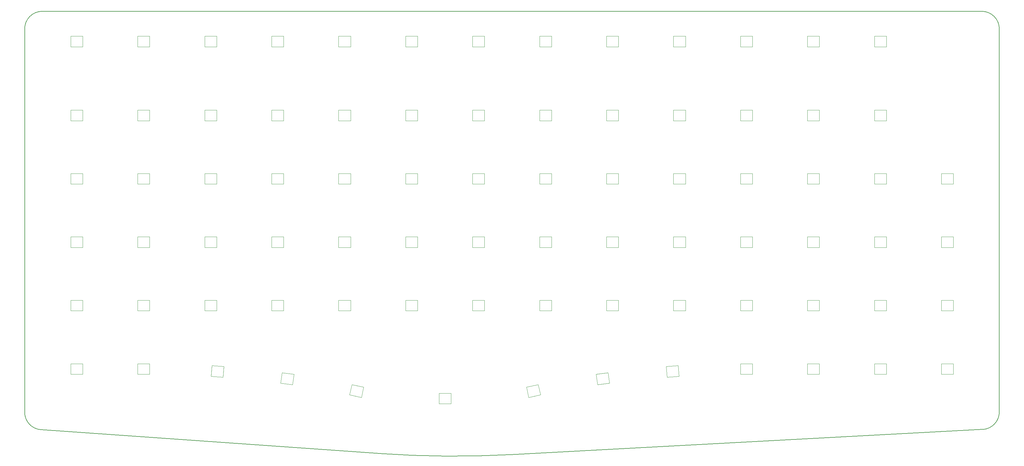
<source format=gbr>
%TF.GenerationSoftware,KiCad,Pcbnew,8.0.7*%
%TF.CreationDate,2025-01-24T18:11:27+01:00*%
%TF.ProjectId,eepyboard_rev3,65657079-626f-4617-9264-5f726576332e,1.2*%
%TF.SameCoordinates,Original*%
%TF.FileFunction,Profile,NP*%
%FSLAX46Y46*%
G04 Gerber Fmt 4.6, Leading zero omitted, Abs format (unit mm)*
G04 Created by KiCad (PCBNEW 8.0.7) date 2025-01-24 18:11:27*
%MOMM*%
%LPD*%
G01*
G04 APERTURE LIST*
%TA.AperFunction,Profile*%
%ADD10C,0.150000*%
%TD*%
%TA.AperFunction,Profile*%
%ADD11C,0.120000*%
%TD*%
G04 APERTURE END LIST*
D10*
X337266745Y-73925901D02*
X337266749Y-182685607D01*
X337266749Y-182685607D02*
G75*
G02*
X332533191Y-187678479I-5000005J29D01*
G01*
X60766748Y-73925899D02*
G75*
G02*
X65766748Y-68925902I4999996J1D01*
G01*
X198548986Y-194828440D02*
G75*
G02*
X161503923Y-194514665I-15986442J299574262D01*
G01*
X332533192Y-187678500D02*
X198548986Y-194828440D01*
X60766748Y-182765380D02*
X60766748Y-73925899D01*
X65415772Y-187753047D02*
X161503923Y-194514666D01*
X332266746Y-68925899D02*
G75*
G02*
X337266721Y-73925901I-3J-4999978D01*
G01*
X65766748Y-68925900D02*
X332266746Y-68925899D01*
X65415773Y-187753047D02*
G75*
G02*
X60766742Y-182765380I350971J4987669D01*
G01*
D11*
%TO.C,LED18*%
X225816748Y-114975901D02*
X229216748Y-114975901D01*
X225816748Y-117975901D02*
X225816748Y-114975901D01*
X229216748Y-114975901D02*
X229216748Y-117975901D01*
X229216748Y-117975901D02*
X225816748Y-117975901D01*
%TO.C,LED24*%
X282816749Y-114975902D02*
X286216749Y-114975902D01*
X282816749Y-117975902D02*
X282816749Y-114975902D01*
X286216749Y-114975902D02*
X286216749Y-117975902D01*
X286216749Y-117975902D02*
X282816749Y-117975902D01*
%TO.C,LED41*%
X301816751Y-75975901D02*
X305216751Y-75975901D01*
X301816751Y-78975901D02*
X301816751Y-75975901D01*
X305216751Y-75975901D02*
X305216751Y-78975901D01*
X305216751Y-78975901D02*
X301816751Y-78975901D01*
%TO.C,LED69*%
X282816747Y-96975898D02*
X286216747Y-96975898D01*
X282816747Y-99975898D02*
X282816747Y-96975898D01*
X286216747Y-96975898D02*
X286216747Y-99975898D01*
X286216747Y-99975898D02*
X282816747Y-99975898D01*
%TO.C,LED54*%
X168816748Y-132975900D02*
X172216748Y-132975900D01*
X168816748Y-135975900D02*
X168816748Y-132975900D01*
X172216748Y-132975900D02*
X172216748Y-135975900D01*
X172216748Y-135975900D02*
X168816748Y-135975900D01*
%TO.C,LED8*%
X130816745Y-114975900D02*
X134216745Y-114975900D01*
X130816745Y-117975900D02*
X130816745Y-114975900D01*
X134216745Y-114975900D02*
X134216745Y-117975900D01*
X134216745Y-117975900D02*
X130816745Y-117975900D01*
%TO.C,LED39*%
X263816746Y-75975901D02*
X267216746Y-75975901D01*
X263816746Y-78975901D02*
X263816746Y-75975901D01*
X267216746Y-75975901D02*
X267216746Y-78975901D01*
X267216746Y-78975901D02*
X263816746Y-78975901D01*
%TO.C,LED23*%
X282816748Y-150975898D02*
X286216748Y-150975898D01*
X282816748Y-153975898D02*
X282816748Y-150975898D01*
X286216748Y-150975898D02*
X286216748Y-153975898D01*
X286216748Y-153975898D02*
X282816748Y-153975898D01*
%TO.C,LED38*%
X244816748Y-75975899D02*
X248216748Y-75975899D01*
X244816748Y-78975899D02*
X244816748Y-75975899D01*
X248216748Y-75975899D02*
X248216748Y-78975899D01*
X248216748Y-78975899D02*
X244816748Y-78975899D01*
%TO.C,LED55*%
X168816749Y-96975897D02*
X172216749Y-96975897D01*
X168816749Y-99975897D02*
X168816749Y-96975897D01*
X172216749Y-96975897D02*
X172216749Y-99975897D01*
X172216749Y-99975897D02*
X168816749Y-99975897D01*
%TO.C,LED58*%
X206816749Y-132975898D02*
X210216749Y-132975898D01*
X206816749Y-135975898D02*
X206816749Y-132975898D01*
X210216749Y-132975898D02*
X210216749Y-135975898D01*
X210216749Y-135975898D02*
X206816749Y-135975898D01*
%TO.C,LED28*%
X320816747Y-114975899D02*
X324216747Y-114975899D01*
X320816747Y-117975899D02*
X320816747Y-114975899D01*
X324216747Y-114975899D02*
X324216747Y-117975899D01*
X324216747Y-117975899D02*
X320816747Y-117975899D01*
%TO.C,LED40*%
X282816748Y-75975902D02*
X286216748Y-75975902D01*
X282816748Y-78975902D02*
X282816748Y-75975902D01*
X286216748Y-75975902D02*
X286216748Y-78975902D01*
X286216748Y-78975902D02*
X282816748Y-78975902D01*
%TO.C,LED66*%
X263816744Y-96975901D02*
X267216744Y-96975901D01*
X263816744Y-99975901D02*
X263816744Y-96975901D01*
X267216744Y-96975901D02*
X267216744Y-99975901D01*
X267216744Y-99975901D02*
X263816744Y-99975901D01*
%TO.C,LED74*%
X320816746Y-132975903D02*
X324216746Y-132975903D01*
X320816746Y-135975903D02*
X320816746Y-132975903D01*
X324216746Y-132975903D02*
X324216746Y-135975903D01*
X324216746Y-135975903D02*
X320816746Y-135975903D01*
%TO.C,LED13*%
X187816747Y-150975898D02*
X191216747Y-150975898D01*
X187816747Y-153975898D02*
X187816747Y-150975898D01*
X191216747Y-150975898D02*
X191216747Y-153975898D01*
X191216747Y-153975898D02*
X187816747Y-153975898D01*
%TO.C,LED14*%
X187816746Y-114975901D02*
X191216746Y-114975901D01*
X187816746Y-117975901D02*
X187816746Y-114975901D01*
X191216746Y-114975901D02*
X191216746Y-117975901D01*
X191216746Y-117975901D02*
X187816746Y-117975901D01*
%TO.C,LED19*%
X244816747Y-150975902D02*
X248216747Y-150975902D01*
X244816747Y-153975902D02*
X244816747Y-150975902D01*
X248216747Y-150975902D02*
X248216747Y-153975902D01*
X248216747Y-153975902D02*
X244816747Y-153975902D01*
%TO.C,LED9*%
X149816746Y-150975900D02*
X153216746Y-150975900D01*
X149816746Y-153975900D02*
X149816746Y-150975900D01*
X153216746Y-150975900D02*
X153216746Y-153975900D01*
X153216746Y-153975900D02*
X149816746Y-153975900D01*
%TO.C,LED46*%
X92816748Y-132975903D02*
X96216748Y-132975903D01*
X92816748Y-135975903D02*
X92816748Y-132975903D01*
X96216748Y-132975903D02*
X96216748Y-135975903D01*
X96216748Y-135975903D02*
X92816748Y-135975903D01*
%TO.C,LED50*%
X130816747Y-132975902D02*
X134216747Y-132975902D01*
X130816747Y-135975902D02*
X130816747Y-132975902D01*
X134216747Y-132975902D02*
X134216747Y-135975902D01*
X134216747Y-135975902D02*
X130816747Y-135975902D01*
%TO.C,LED48*%
X111816746Y-132975901D02*
X115216746Y-132975901D01*
X111816746Y-135975901D02*
X111816746Y-132975901D01*
X115216746Y-132975901D02*
X115216746Y-135975901D01*
X115216746Y-135975901D02*
X111816746Y-135975901D01*
%TO.C,LED62*%
X244816745Y-132975901D02*
X248216745Y-132975901D01*
X244816745Y-135975901D02*
X244816745Y-132975901D01*
X248216745Y-132975901D02*
X248216745Y-135975901D01*
X248216745Y-135975901D02*
X244816745Y-135975901D01*
%TO.C,LED21*%
X263816747Y-150975900D02*
X267216747Y-150975900D01*
X263816747Y-153975900D02*
X263816747Y-150975900D01*
X267216747Y-150975900D02*
X267216747Y-153975900D01*
X267216747Y-153975900D02*
X263816747Y-153975900D01*
%TO.C,LED35*%
X187816746Y-75975897D02*
X191216746Y-75975897D01*
X187816746Y-78975897D02*
X187816746Y-75975897D01*
X191216746Y-75975897D02*
X191216746Y-78975897D01*
X191216746Y-78975897D02*
X187816746Y-78975897D01*
%TO.C,LED27*%
X320816749Y-150975901D02*
X324216749Y-150975901D01*
X320816749Y-153975901D02*
X320816749Y-150975901D01*
X324216749Y-150975901D02*
X324216749Y-153975901D01*
X324216749Y-153975901D02*
X320816749Y-153975901D01*
%TO.C,LED81*%
X178316745Y-177367399D02*
X181716745Y-177367399D01*
X178316745Y-180367399D02*
X178316745Y-177367399D01*
X181716745Y-177367399D02*
X181716745Y-180367399D01*
X181716745Y-180367399D02*
X178316745Y-180367399D01*
%TO.C,LED57*%
X187816747Y-96975902D02*
X191216747Y-96975902D01*
X187816747Y-99975902D02*
X187816747Y-96975902D01*
X191216747Y-96975902D02*
X191216747Y-99975902D01*
X191216747Y-99975902D02*
X187816747Y-99975902D01*
%TO.C,LED67*%
X282816749Y-168975902D02*
X286216749Y-168975902D01*
X282816749Y-171975902D02*
X282816749Y-168975902D01*
X286216749Y-168975902D02*
X286216749Y-171975902D01*
X286216749Y-171975902D02*
X282816749Y-171975902D01*
%TO.C,LED36*%
X206816745Y-75975898D02*
X210216745Y-75975898D01*
X206816745Y-78975898D02*
X206816745Y-75975898D01*
X210216745Y-75975898D02*
X210216745Y-78975898D01*
X210216745Y-78975898D02*
X206816745Y-78975898D01*
%TO.C,LED33*%
X149816744Y-75975900D02*
X153216744Y-75975900D01*
X149816744Y-78975900D02*
X149816744Y-75975900D01*
X153216744Y-75975900D02*
X153216744Y-78975900D01*
X153216744Y-78975900D02*
X149816744Y-78975900D01*
%TO.C,LED70*%
X301816745Y-168975899D02*
X305216745Y-168975899D01*
X301816745Y-171975899D02*
X301816745Y-168975899D01*
X305216745Y-168975899D02*
X305216745Y-171975899D01*
X305216745Y-171975899D02*
X301816745Y-171975899D01*
%TO.C,LED26*%
X301816751Y-114975899D02*
X305216751Y-114975899D01*
X301816751Y-117975899D02*
X301816751Y-114975899D01*
X305216751Y-114975899D02*
X305216751Y-117975899D01*
X305216751Y-117975899D02*
X301816751Y-117975899D01*
%TO.C,LED72*%
X301816746Y-96975900D02*
X305216746Y-96975900D01*
X301816746Y-99975900D02*
X301816746Y-96975900D01*
X305216746Y-96975900D02*
X305216746Y-99975900D01*
X305216746Y-99975900D02*
X301816746Y-99975900D01*
%TO.C,LED49*%
X111816749Y-96975898D02*
X115216749Y-96975898D01*
X111816749Y-99975898D02*
X111816749Y-96975898D01*
X115216749Y-96975898D02*
X115216749Y-99975898D01*
X115216749Y-99975898D02*
X111816749Y-99975898D01*
%TO.C,LED15*%
X206816746Y-150975901D02*
X210216746Y-150975901D01*
X206816746Y-153975901D02*
X206816746Y-150975901D01*
X210216746Y-150975901D02*
X210216746Y-153975901D01*
X210216746Y-153975901D02*
X206816746Y-153975901D01*
%TO.C,LED59*%
X206816749Y-96975901D02*
X210216749Y-96975901D01*
X206816749Y-99975901D02*
X206816749Y-96975901D01*
X210216749Y-96975901D02*
X210216749Y-99975901D01*
X210216749Y-99975901D02*
X206816749Y-99975901D01*
%TO.C,LED45*%
X92816748Y-168975900D02*
X96216748Y-168975900D01*
X92816748Y-171975900D02*
X92816748Y-168975900D01*
X96216748Y-168975900D02*
X96216748Y-171975900D01*
X96216748Y-171975900D02*
X92816748Y-171975900D01*
%TO.C,LED1*%
X73816745Y-150975902D02*
X77216745Y-150975902D01*
X73816745Y-153975902D02*
X73816745Y-150975902D01*
X77216745Y-150975902D02*
X77216745Y-153975902D01*
X77216745Y-153975902D02*
X73816745Y-153975902D01*
%TO.C,LED43*%
X73816748Y-132975904D02*
X77216748Y-132975904D01*
X73816748Y-135975904D02*
X73816748Y-132975904D01*
X77216748Y-132975904D02*
X77216748Y-135975904D01*
X77216748Y-135975904D02*
X73816748Y-135975904D01*
%TO.C,LED17*%
X225816749Y-150975903D02*
X229216749Y-150975903D01*
X225816749Y-153975903D02*
X225816749Y-150975903D01*
X229216749Y-150975903D02*
X229216749Y-153975903D01*
X229216749Y-153975903D02*
X225816749Y-153975903D01*
%TO.C,LED47*%
X92816747Y-96975899D02*
X96216747Y-96975899D01*
X92816747Y-99975899D02*
X92816747Y-96975899D01*
X96216747Y-96975899D02*
X96216747Y-99975899D01*
X96216747Y-99975899D02*
X92816747Y-99975899D01*
%TO.C,LED12*%
X168816749Y-114975903D02*
X172216749Y-114975903D01*
X168816749Y-117975903D02*
X168816749Y-114975903D01*
X172216749Y-114975903D02*
X172216749Y-117975903D01*
X172216749Y-117975903D02*
X168816749Y-117975903D01*
%TO.C,LED65*%
X263816746Y-132975903D02*
X267216746Y-132975903D01*
X263816746Y-135975903D02*
X263816746Y-132975903D01*
X267216746Y-132975903D02*
X267216746Y-135975903D01*
X267216746Y-135975903D02*
X263816746Y-135975903D01*
%TO.C,LED56*%
X187816747Y-132975899D02*
X191216747Y-132975899D01*
X187816747Y-135975899D02*
X187816747Y-132975899D01*
X191216747Y-132975899D02*
X191216747Y-135975899D01*
X191216747Y-135975899D02*
X187816747Y-135975899D01*
%TO.C,LED80*%
X203132427Y-175606329D02*
X206458125Y-174899430D01*
X203756159Y-178540772D02*
X203132427Y-175606329D01*
X206458125Y-174899430D02*
X207081857Y-177833873D01*
X207081857Y-177833873D02*
X203756159Y-178540772D01*
%TO.C,LED5*%
X111816747Y-150975900D02*
X115216747Y-150975900D01*
X111816747Y-153975900D02*
X111816747Y-150975900D01*
X115216747Y-150975900D02*
X115216747Y-153975900D01*
X115216747Y-153975900D02*
X111816747Y-153975900D01*
%TO.C,LED60*%
X225816744Y-132975898D02*
X229216744Y-132975898D01*
X225816744Y-135975898D02*
X225816744Y-132975898D01*
X229216744Y-132975898D02*
X229216744Y-135975898D01*
X229216744Y-135975898D02*
X225816744Y-135975898D01*
%TO.C,LED76*%
X133392469Y-174505551D02*
X133809985Y-171534747D01*
X133809985Y-171534747D02*
X137176893Y-172007935D01*
X136759377Y-174978739D02*
X133392469Y-174505551D01*
X137176893Y-172007935D02*
X136759377Y-174978739D01*
%TO.C,LED75*%
X113648776Y-172549714D02*
X113858046Y-169557025D01*
X113858046Y-169557025D02*
X117249764Y-169794200D01*
X117040494Y-172786889D02*
X113648776Y-172549714D01*
X117249764Y-169794200D02*
X117040494Y-172786889D01*
%TO.C,LED64*%
X263816748Y-168975901D02*
X267216748Y-168975901D01*
X263816748Y-171975901D02*
X263816748Y-168975901D01*
X267216748Y-168975901D02*
X267216748Y-171975901D01*
X267216748Y-171975901D02*
X263816748Y-171975901D01*
%TO.C,LED30*%
X92816746Y-75975902D02*
X96216746Y-75975902D01*
X92816746Y-78975902D02*
X92816746Y-75975902D01*
X96216746Y-75975902D02*
X96216746Y-78975902D01*
X96216746Y-78975902D02*
X92816746Y-78975902D01*
%TO.C,LED52*%
X149816745Y-132975901D02*
X153216745Y-132975901D01*
X149816745Y-135975901D02*
X149816745Y-132975901D01*
X153216745Y-132975901D02*
X153216745Y-135975901D01*
X153216745Y-135975901D02*
X149816745Y-135975901D01*
%TO.C,LED31*%
X111816749Y-75975901D02*
X115216749Y-75975901D01*
X111816749Y-78975901D02*
X111816749Y-75975901D01*
X115216749Y-75975901D02*
X115216749Y-78975901D01*
X115216749Y-78975901D02*
X111816749Y-78975901D01*
%TO.C,LED7*%
X130816748Y-150975901D02*
X134216748Y-150975901D01*
X130816748Y-153975901D02*
X130816748Y-150975901D01*
X134216748Y-150975901D02*
X134216748Y-153975901D01*
X134216748Y-153975901D02*
X130816748Y-153975901D01*
%TO.C,LED78*%
X242783731Y-169794201D02*
X246175449Y-169557026D01*
X242993001Y-172786890D02*
X242783731Y-169794201D01*
X246175449Y-169557026D02*
X246384719Y-172549715D01*
X246384719Y-172549715D02*
X242993001Y-172786890D01*
%TO.C,LED77*%
X152951636Y-177833874D02*
X153575368Y-174899431D01*
X153575368Y-174899431D02*
X156901066Y-175606330D01*
X156277334Y-178540773D02*
X152951636Y-177833874D01*
X156901066Y-175606330D02*
X156277334Y-178540773D01*
%TO.C,LED10*%
X149816746Y-114975901D02*
X153216746Y-114975901D01*
X149816746Y-117975901D02*
X149816746Y-114975901D01*
X153216746Y-114975901D02*
X153216746Y-117975901D01*
X153216746Y-117975901D02*
X149816746Y-117975901D01*
%TO.C,LED25*%
X301816748Y-150975899D02*
X305216748Y-150975899D01*
X301816748Y-153975899D02*
X301816748Y-150975899D01*
X305216748Y-150975899D02*
X305216748Y-153975899D01*
X305216748Y-153975899D02*
X301816748Y-153975899D01*
%TO.C,LED53*%
X149816747Y-96975902D02*
X153216747Y-96975902D01*
X149816747Y-99975902D02*
X149816747Y-96975902D01*
X153216747Y-96975902D02*
X153216747Y-99975902D01*
X153216747Y-99975902D02*
X149816747Y-99975902D01*
%TO.C,LED6*%
X111816750Y-114975898D02*
X115216750Y-114975898D01*
X111816750Y-117975898D02*
X111816750Y-114975898D01*
X115216750Y-114975898D02*
X115216750Y-117975898D01*
X115216750Y-117975898D02*
X111816750Y-117975898D01*
%TO.C,LED73*%
X320816746Y-168975898D02*
X324216746Y-168975898D01*
X320816746Y-171975898D02*
X320816746Y-168975898D01*
X324216746Y-168975898D02*
X324216746Y-171975898D01*
X324216746Y-171975898D02*
X320816746Y-171975898D01*
%TO.C,LED2*%
X73816746Y-114975898D02*
X77216746Y-114975898D01*
X73816746Y-117975898D02*
X73816746Y-114975898D01*
X77216746Y-114975898D02*
X77216746Y-117975898D01*
X77216746Y-117975898D02*
X73816746Y-117975898D01*
%TO.C,LED68*%
X282816748Y-132975902D02*
X286216748Y-132975902D01*
X282816748Y-135975902D02*
X282816748Y-132975902D01*
X286216748Y-132975902D02*
X286216748Y-135975902D01*
X286216748Y-135975902D02*
X282816748Y-135975902D01*
%TO.C,LED34*%
X168816747Y-75975897D02*
X172216747Y-75975897D01*
X168816747Y-78975897D02*
X168816747Y-75975897D01*
X172216747Y-75975897D02*
X172216747Y-78975897D01*
X172216747Y-78975897D02*
X168816747Y-78975897D01*
%TO.C,LED20*%
X244816751Y-114975901D02*
X248216751Y-114975901D01*
X244816751Y-117975901D02*
X244816751Y-114975901D01*
X248216751Y-114975901D02*
X248216751Y-117975901D01*
X248216751Y-117975901D02*
X244816751Y-117975901D01*
%TO.C,LED51*%
X130816748Y-96975900D02*
X134216748Y-96975900D01*
X130816748Y-99975900D02*
X130816748Y-96975900D01*
X134216748Y-96975900D02*
X134216748Y-99975900D01*
X134216748Y-99975900D02*
X130816748Y-99975900D01*
%TO.C,LED29*%
X73816750Y-75975900D02*
X77216750Y-75975900D01*
X73816750Y-78975900D02*
X73816750Y-75975900D01*
X77216750Y-75975900D02*
X77216750Y-78975900D01*
X77216750Y-78975900D02*
X73816750Y-78975900D01*
%TO.C,LED22*%
X263816753Y-114975900D02*
X267216753Y-114975900D01*
X263816753Y-117975900D02*
X263816753Y-114975900D01*
X267216753Y-114975900D02*
X267216753Y-117975900D01*
X267216753Y-117975900D02*
X263816753Y-117975900D01*
%TO.C,LED61*%
X225816747Y-96975899D02*
X229216747Y-96975899D01*
X225816747Y-99975899D02*
X225816747Y-96975899D01*
X229216747Y-96975899D02*
X229216747Y-99975899D01*
X229216747Y-99975899D02*
X225816747Y-99975899D01*
%TO.C,LED44*%
X73816747Y-96975900D02*
X77216747Y-96975900D01*
X73816747Y-99975900D02*
X73816747Y-96975900D01*
X77216747Y-96975900D02*
X77216747Y-99975900D01*
X77216747Y-99975900D02*
X73816747Y-99975900D01*
%TO.C,LED32*%
X130816749Y-75975901D02*
X134216749Y-75975901D01*
X130816749Y-78975901D02*
X130816749Y-75975901D01*
X134216749Y-75975901D02*
X134216749Y-78975901D01*
X134216749Y-78975901D02*
X130816749Y-78975901D01*
%TO.C,LED63*%
X244816745Y-96975900D02*
X248216745Y-96975900D01*
X244816745Y-99975900D02*
X244816745Y-96975900D01*
X248216745Y-96975900D02*
X248216745Y-99975900D01*
X248216745Y-99975900D02*
X244816745Y-99975900D01*
%TO.C,LED37*%
X225816747Y-75975899D02*
X229216747Y-75975899D01*
X225816747Y-78975899D02*
X225816747Y-75975899D01*
X229216747Y-75975899D02*
X229216747Y-78975899D01*
X229216747Y-78975899D02*
X225816747Y-78975899D01*
%TO.C,LED71*%
X301816747Y-132975904D02*
X305216747Y-132975904D01*
X301816747Y-135975904D02*
X301816747Y-132975904D01*
X305216747Y-132975904D02*
X305216747Y-135975904D01*
X305216747Y-135975904D02*
X301816747Y-135975904D01*
%TO.C,LED16*%
X206816749Y-114975902D02*
X210216749Y-114975902D01*
X206816749Y-117975902D02*
X206816749Y-114975902D01*
X210216749Y-114975902D02*
X210216749Y-117975902D01*
X210216749Y-117975902D02*
X206816749Y-117975902D01*
%TO.C,LED3*%
X92816745Y-150975901D02*
X96216745Y-150975901D01*
X92816745Y-153975901D02*
X92816745Y-150975901D01*
X96216745Y-150975901D02*
X96216745Y-153975901D01*
X96216745Y-153975901D02*
X92816745Y-153975901D01*
%TO.C,LED79*%
X222856603Y-172007936D02*
X226223511Y-171534748D01*
X223274119Y-174978740D02*
X222856603Y-172007936D01*
X226223511Y-171534748D02*
X226641027Y-174505552D01*
X226641027Y-174505552D02*
X223274119Y-174978740D01*
%TO.C,LED4*%
X92816748Y-114975899D02*
X96216748Y-114975899D01*
X92816748Y-117975899D02*
X92816748Y-114975899D01*
X96216748Y-114975899D02*
X96216748Y-117975899D01*
X96216748Y-117975899D02*
X92816748Y-117975899D01*
%TO.C,LED42*%
X73816747Y-168975899D02*
X77216747Y-168975899D01*
X73816747Y-171975899D02*
X73816747Y-168975899D01*
X77216747Y-168975899D02*
X77216747Y-171975899D01*
X77216747Y-171975899D02*
X73816747Y-171975899D01*
%TO.C,LED11*%
X168816753Y-150975900D02*
X172216753Y-150975900D01*
X168816753Y-153975900D02*
X168816753Y-150975900D01*
X172216753Y-150975900D02*
X172216753Y-153975900D01*
X172216753Y-153975900D02*
X168816753Y-153975900D01*
%TD*%
M02*

</source>
